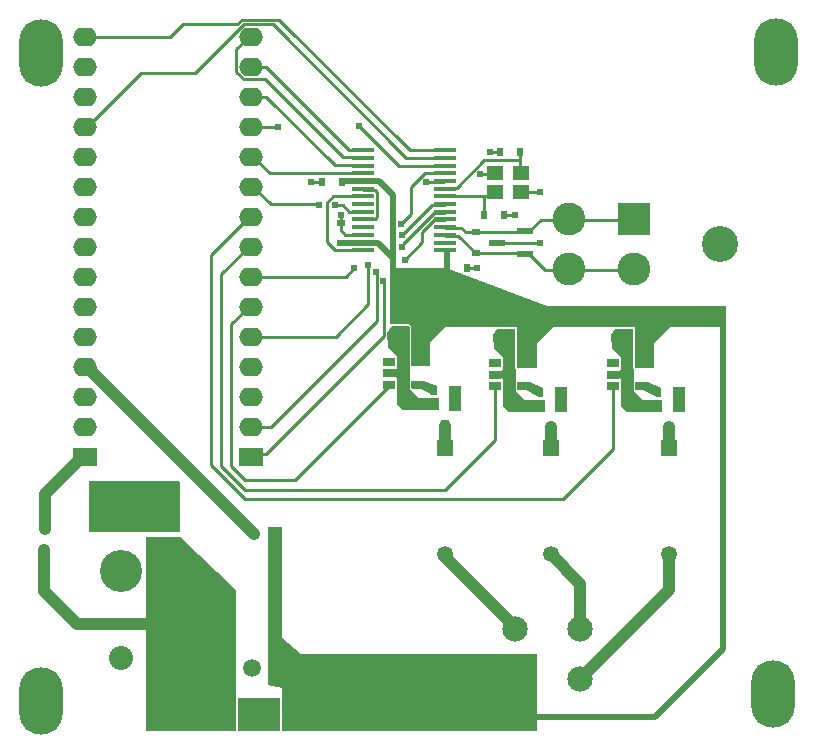
<source format=gtl>
G04*
G04 #@! TF.GenerationSoftware,Altium Limited,Altium Designer,24.0.1 (36)*
G04*
G04 Layer_Physical_Order=1*
G04 Layer_Color=255*
%FSLAX44Y44*%
%MOMM*%
G71*
G04*
G04 #@! TF.SameCoordinates,B8DB1BF3-7387-46EC-A14D-9CE900C50DFE*
G04*
G04*
G04 #@! TF.FilePolarity,Positive*
G04*
G01*
G75*
%ADD13C,0.2540*%
%ADD18R,0.9800X0.8700*%
%ADD19R,0.6096X0.7874*%
%ADD20R,0.7874X0.6096*%
G04:AMPARAMS|DCode=21|XSize=1.9mm|YSize=0.4mm|CornerRadius=0.024mm|HoleSize=0mm|Usage=FLASHONLY|Rotation=180.000|XOffset=0mm|YOffset=0mm|HoleType=Round|Shape=RoundedRectangle|*
%AMROUNDEDRECTD21*
21,1,1.9000,0.3520,0,0,180.0*
21,1,1.8520,0.4000,0,0,180.0*
1,1,0.0480,-0.9260,0.1760*
1,1,0.0480,0.9260,0.1760*
1,1,0.0480,0.9260,-0.1760*
1,1,0.0480,-0.9260,-0.1760*
%
%ADD21ROUNDEDRECTD21*%
%ADD22R,1.4000X1.1500*%
%ADD23R,1.3208X0.5588*%
%ADD24R,0.8020X0.9720*%
%ADD26R,1.1051X1.0062*%
%ADD44C,2.1500*%
%ADD45R,2.1500X2.1500*%
%ADD47R,1.1000X0.6500*%
%ADD48C,0.5080*%
%ADD49C,1.0000*%
%ADD50R,2.0000X1.6000*%
%ADD51O,2.0000X1.6000*%
%ADD52C,3.5560*%
%ADD53C,2.0320*%
%ADD54O,3.7000X5.7000*%
%ADD55C,1.5080*%
%ADD56R,1.5080X1.5080*%
%ADD57C,3.0500*%
%ADD58C,2.7750*%
%ADD59R,2.7750X2.7750*%
%ADD60C,1.3500*%
%ADD61R,1.3500X1.3500*%
%ADD62C,0.6096*%
G36*
X365437Y399000D02*
X378691Y394062D01*
Y393793D01*
X379414D01*
X450796Y367200D01*
X602700D01*
Y349400D01*
X555898D01*
X541959Y335527D01*
Y314870D01*
X525472D01*
Y349400D01*
X456098D01*
X442159Y335527D01*
Y314870D01*
X425672D01*
Y349400D01*
X365108D01*
X365118Y349376D01*
X352359Y336677D01*
Y316020D01*
X336204D01*
Y323951D01*
X336274Y324120D01*
Y349376D01*
X336292Y349400D01*
X336265D01*
X335872Y350349D01*
X334974Y351247D01*
X334002Y351649D01*
X334002Y351649D01*
X319665Y351649D01*
X319498Y351580D01*
X319320Y351605D01*
X319070Y351417D01*
X318925Y351439D01*
X317854Y351986D01*
X317800Y352049D01*
Y362925D01*
Y399000D01*
X365437Y399000D01*
D02*
G37*
G36*
X357670Y299110D02*
Y291494D01*
X354365D01*
X343048Y297349D01*
X336204D01*
Y303915D01*
X347048D01*
X357670Y299110D01*
D02*
G37*
G36*
X547270Y297960D02*
Y290345D01*
X543965D01*
X532648Y296200D01*
X525732D01*
Y302765D01*
X536648D01*
X547270Y297960D01*
D02*
G37*
G36*
X447470Y297960D02*
Y290345D01*
X444165D01*
X432848Y296200D01*
X425932D01*
Y302765D01*
X436848D01*
X447470Y297960D01*
D02*
G37*
G36*
X334900Y349377D02*
Y324120D01*
X334830D01*
Y315080D01*
X334900D01*
Y305120D01*
X334830D01*
Y296080D01*
X334900D01*
Y296000D01*
X342457Y288809D01*
X359200D01*
Y278700D01*
X328859D01*
X324379Y282952D01*
Y305500D01*
X323200Y306849D01*
X317677D01*
Y313352D01*
X323200D01*
X324379Y314700D01*
Y324500D01*
X316182Y332697D01*
X315935Y343933D01*
X319665Y350275D01*
X334002Y350275D01*
X334900Y349377D01*
D02*
G37*
G36*
X378400Y278200D02*
X367900D01*
Y299759D01*
X378400D01*
Y278200D01*
D02*
G37*
G36*
X524097Y314870D02*
X524430Y314068D01*
Y313930D01*
X524487D01*
X524500Y313898D01*
Y303970D01*
X524430D01*
Y302941D01*
X524357Y302765D01*
Y296200D01*
X524430Y296024D01*
Y294930D01*
X524500D01*
Y294850D01*
X532057Y287659D01*
X548800D01*
Y277550D01*
X518459D01*
X513979Y281802D01*
Y304350D01*
X512800Y305699D01*
X507277D01*
Y312202D01*
X512800D01*
X513979Y313550D01*
Y323350D01*
X505782Y331547D01*
X505535Y342783D01*
X508618Y348025D01*
X524097D01*
Y314870D01*
D02*
G37*
G36*
X424297Y314870D02*
X424630Y314067D01*
Y313930D01*
X424687D01*
X424700Y313898D01*
Y303970D01*
X424630D01*
Y302941D01*
X424557Y302765D01*
Y296200D01*
X424630Y296024D01*
Y294930D01*
X424700D01*
Y294850D01*
X432257Y287659D01*
X449000D01*
Y277550D01*
X418659D01*
X414179Y281802D01*
Y304350D01*
X413000Y305699D01*
X407478D01*
Y312202D01*
X413000D01*
X414179Y313550D01*
Y323350D01*
X405982Y331547D01*
X405735Y342783D01*
X408818Y348025D01*
X424297D01*
Y314870D01*
D02*
G37*
G36*
X568000Y277050D02*
X557500D01*
Y298609D01*
X568000D01*
Y277050D01*
D02*
G37*
G36*
X468200Y277050D02*
X457700D01*
Y298609D01*
X468200D01*
Y277050D01*
D02*
G37*
G36*
X140463Y217897D02*
X139994Y175600D01*
X63400D01*
Y218800D01*
X139570D01*
X140463Y217897D01*
D02*
G37*
G36*
X226912Y86404D02*
X243095Y72300D01*
X442700D01*
Y7000D01*
X227000D01*
X226891Y43293D01*
X215232Y46000D01*
Y68200D01*
Y179700D01*
X226749D01*
X226912Y86404D01*
D02*
G37*
G36*
X224996Y7000D02*
X189601D01*
Y35200D01*
X224996D01*
Y7000D01*
D02*
G37*
G36*
X187708Y126737D02*
Y7000D01*
X111618D01*
Y171900D01*
X139900D01*
X187708Y126737D01*
D02*
G37*
D13*
X507200Y245700D02*
Y299450D01*
X195200Y203500D02*
X465000D01*
X507200Y245700D01*
X183800Y231276D02*
X195566Y219510D01*
X315051Y300206D02*
X317994D01*
X313465Y298620D02*
X315051Y300206D01*
X195566Y219510D02*
X237298D01*
X183800Y231276D02*
Y351900D01*
X198500Y366600D01*
X237298Y219510D02*
X317994Y300206D01*
X317600Y310100D02*
X317639Y310139D01*
X175400Y231400D02*
X195500Y211300D01*
X166300Y232400D02*
X195200Y203500D01*
X364800Y211300D02*
X407400Y253900D01*
X195500Y211300D02*
X364800D01*
X200500Y341200D02*
X272100D01*
X299700Y368800D02*
Y401600D01*
X272100Y341200D02*
X299700Y368800D01*
X200500Y239600D02*
X202621Y241721D01*
X212822D02*
X313100Y341998D01*
Y387800D01*
X202621Y241721D02*
X212822D01*
X278153Y493047D02*
X294107D01*
X194134Y559260D02*
X211940D01*
X278153Y493047D01*
X200500Y569800D02*
X213200D01*
X283676Y499324D02*
X294331D01*
X213200Y569800D02*
X283676Y499324D01*
X294331D02*
X294837Y498817D01*
X200500Y544400D02*
X213293D01*
X271146Y486547D02*
X294107D01*
X213293Y544400D02*
X271146Y486547D01*
X292100Y519400D02*
X325683Y485817D01*
X364937D01*
X200500Y519000D02*
X200550Y518950D01*
X222950D02*
X223000Y518900D01*
X200550Y518950D02*
X222950D01*
X194134Y605740D02*
X218660D01*
X332083Y492317D02*
X364937D01*
X218660Y605740D02*
X332083Y492317D01*
X175400Y231400D02*
Y394300D01*
X198500Y417400D01*
X407400Y253900D02*
Y299450D01*
X166300Y232400D02*
Y410600D01*
X198500Y442800D01*
X280383Y427317D02*
X294837D01*
X276416Y431284D02*
X280383Y427317D01*
X276416Y431284D02*
Y437633D01*
X414861Y444000D02*
X423800D01*
X397843Y459817D02*
X403000D01*
X364937D02*
X397843D01*
Y444000D02*
Y459817D01*
X403000D02*
X406991Y463809D01*
X407100Y463917D01*
X406991Y461191D02*
Y463809D01*
X251486Y472168D02*
X260558D01*
X260691Y472300D01*
X331000Y406400D02*
X345500Y420900D01*
Y429900D02*
X355187Y439587D01*
X345500Y420900D02*
Y429900D01*
X328200Y417200D02*
X328880Y417880D01*
Y419584D01*
X355384Y446087D01*
X312500Y388400D02*
X313100Y387800D01*
X383023Y399014D02*
X391985D01*
X383009Y399000D02*
X383023Y399014D01*
X294107Y486547D02*
X294837Y485817D01*
X294107Y493047D02*
X294837Y492317D01*
X364462Y452842D02*
X364937Y453317D01*
X353745Y452842D02*
X364462D01*
X328210Y427307D02*
X353745Y452842D01*
X355384Y446087D02*
X364207D01*
X364937Y446817D01*
X355187Y439587D02*
X364207D01*
X364937Y440317D01*
X390594Y411813D02*
X431731D01*
X375820Y426587D02*
X390594Y411813D01*
X365667Y426587D02*
X375820D01*
X364937Y427317D02*
X365667Y426587D01*
X378247Y433504D02*
X382425Y429326D01*
X390988D01*
X305389Y441047D02*
X306877Y442535D01*
X294837Y440317D02*
X295567Y441047D01*
X306877Y442535D02*
Y463699D01*
X295567Y441047D02*
X305389D01*
X278219Y452220D02*
X283396Y447043D01*
X294611D01*
X294837Y446817D01*
X264400Y454400D02*
X269817Y459817D01*
X294837D01*
X364937Y466317D02*
X365667Y467047D01*
X374490D01*
X397843Y490400D01*
X469523Y397827D02*
X524523D01*
X469523Y439827D02*
X524523D01*
X365251Y433504D02*
X378247D01*
X364937Y433817D02*
X365251Y433504D01*
X431731Y411813D02*
X432226Y411317D01*
X390988Y429326D02*
X391483Y429821D01*
X431731D01*
X432226Y430317D01*
X436036Y411317D02*
X449526Y397827D01*
X469523D01*
X432226Y411317D02*
X436036D01*
Y430317D02*
X445547Y439827D01*
X432226Y430317D02*
X436036D01*
X445547Y439827D02*
X469523D01*
X408350Y420817D02*
X445400D01*
X217200Y265000D02*
X306712Y354512D01*
X306192Y395746D02*
X306712Y395225D01*
Y354512D02*
Y395225D01*
X280703Y391950D02*
X287764Y399011D01*
X200550Y391950D02*
X280703D01*
X200500Y392000D02*
X200550Y391950D01*
X407100Y463917D02*
X408350D01*
X429100D02*
X429417Y463600D01*
X445400D01*
X402600Y497100D02*
X411391D01*
X428409Y490400D02*
Y497100D01*
Y479491D02*
Y490400D01*
Y479491D02*
X429100Y478800D01*
X426712Y497503D02*
X426809Y497600D01*
X397843Y490400D02*
X428409D01*
X401617Y478717D02*
X402600Y479700D01*
X394063Y478717D02*
X401617D01*
X336029Y444829D02*
Y467532D01*
X347815Y479317D01*
X327400Y436200D02*
X336029Y444829D01*
X200500Y265000D02*
X217200D01*
X364300Y154950D02*
Y156800D01*
X424100Y93300D02*
Y95150D01*
X364300Y265650D02*
X364600Y265950D01*
X257300Y453300D02*
X257700Y452900D01*
X264400Y421414D02*
X271497Y414317D01*
X294837D01*
X264400Y421414D02*
Y454400D01*
X217400Y453300D02*
X257300D01*
X276229Y437820D02*
X276416Y437633D01*
X276229Y437820D02*
Y444391D01*
X187960Y584660D02*
X198500Y595200D01*
X187960Y565434D02*
Y584660D01*
Y565434D02*
X194134Y559260D01*
X198500Y595200D02*
X200500D01*
X223944Y609550D02*
X334677Y498817D01*
X192556Y609550D02*
X223944D01*
X216783Y479317D02*
X294837D01*
X202500Y493600D02*
X216783Y479317D01*
X271497Y452900D02*
X272177Y452220D01*
X278219D01*
X305389Y465187D02*
X306877Y463699D01*
X295967Y465187D02*
X305389D01*
X294837Y466317D02*
X295967Y465187D01*
X363491Y472409D02*
X363900Y472000D01*
X334677Y498817D02*
X364937D01*
X347815Y479317D02*
X364937D01*
X348400Y472000D02*
X348809Y472409D01*
X363491D01*
X107057Y564582D02*
X152976D01*
X188746Y605740D02*
X192556Y609550D01*
X152976Y564582D02*
X194134Y605740D01*
X59530Y519000D02*
X61475D01*
X142827Y605740D02*
X188746D01*
X61475Y519000D02*
X107057Y564582D01*
X60030Y594700D02*
X131787D01*
X142827Y605740D01*
X202500Y468200D02*
X217400Y453300D01*
X200500Y468200D02*
X202500D01*
X200500Y493600D02*
X202500D01*
X198500Y442800D02*
X200500D01*
X198500Y417400D02*
X200500D01*
X198500Y366600D02*
X200500D01*
X59530Y595200D02*
X60030Y594700D01*
X57530Y239600D02*
X59530D01*
X25500Y160691D02*
X26100Y161291D01*
X454400Y264800D02*
X454400Y264800D01*
D18*
X130763Y181700D02*
D03*
Y165700D02*
D03*
D19*
X220309Y173700D02*
D03*
X203291D02*
D03*
X414861Y444000D02*
D03*
X397843D02*
D03*
X536609Y343521D02*
D03*
X519591D02*
D03*
X536609Y333050D02*
D03*
X519591D02*
D03*
X419791Y333050D02*
D03*
X419791Y343521D02*
D03*
X436809Y333050D02*
D03*
X436809Y343521D02*
D03*
X347009Y344671D02*
D03*
X329991D02*
D03*
X329991Y334200D02*
D03*
X347009D02*
D03*
X428409Y497100D02*
D03*
X411391D02*
D03*
X354691Y295300D02*
D03*
X371709D02*
D03*
X383009Y399000D02*
D03*
X365991D02*
D03*
X260691Y472300D02*
D03*
X277709D02*
D03*
X461509Y294150D02*
D03*
X444491D02*
D03*
X561309Y294150D02*
D03*
X544291D02*
D03*
D20*
X26100Y178309D02*
D03*
Y161291D02*
D03*
X390988Y412308D02*
D03*
Y429326D02*
D03*
X276416Y420615D02*
D03*
Y437633D02*
D03*
D21*
X294837Y414317D02*
D03*
Y420817D02*
D03*
Y427317D02*
D03*
Y433817D02*
D03*
Y440317D02*
D03*
Y446817D02*
D03*
Y453317D02*
D03*
Y459817D02*
D03*
Y466317D02*
D03*
Y472817D02*
D03*
Y479317D02*
D03*
Y485817D02*
D03*
Y492317D02*
D03*
Y498817D02*
D03*
X364937D02*
D03*
Y492317D02*
D03*
Y485817D02*
D03*
Y479317D02*
D03*
Y472817D02*
D03*
Y466317D02*
D03*
Y459817D02*
D03*
Y453317D02*
D03*
Y446817D02*
D03*
Y440317D02*
D03*
Y433817D02*
D03*
Y427317D02*
D03*
Y420817D02*
D03*
Y414317D02*
D03*
D22*
X407100Y479917D02*
D03*
X429100D02*
D03*
Y463917D02*
D03*
X407100D02*
D03*
D23*
X432226Y411317D02*
D03*
Y430317D02*
D03*
X408350Y420817D02*
D03*
D24*
X364600Y265950D02*
D03*
X374100Y283650D02*
D03*
X355100D02*
D03*
X444900Y282500D02*
D03*
X463900D02*
D03*
X454400Y264800D02*
D03*
X544700Y282500D02*
D03*
X563700D02*
D03*
X554200Y264800D02*
D03*
D26*
X181654Y22600D02*
D03*
X195665D02*
D03*
X218989D02*
D03*
X233000D02*
D03*
D44*
X479100Y93300D02*
D03*
Y51300D02*
D03*
X424100Y93300D02*
D03*
D45*
Y51300D02*
D03*
D47*
X317600Y319600D02*
D03*
Y310100D02*
D03*
Y300600D02*
D03*
X341600D02*
D03*
Y319600D02*
D03*
X431400Y318450D02*
D03*
Y299450D02*
D03*
X407400D02*
D03*
Y308950D02*
D03*
Y318450D02*
D03*
X531200Y318450D02*
D03*
Y299450D02*
D03*
X507200D02*
D03*
Y308950D02*
D03*
Y318450D02*
D03*
D48*
X600200Y77000D02*
Y353037D01*
X542600Y19400D02*
X600200Y77000D01*
X294977Y420677D02*
X307661D01*
X320400Y407938D01*
Y359887D02*
Y407938D01*
X294837Y420817D02*
X294977Y420677D01*
X320400Y407938D02*
Y460800D01*
X308523Y472677D02*
X320400Y460800D01*
X432200Y19400D02*
X542600D01*
X365991Y399000D02*
Y413264D01*
X276618Y420817D02*
X294837D01*
X277709Y472300D02*
X278086Y472677D01*
X294697D01*
X294977D02*
X308523D01*
D49*
X364300Y154950D02*
X424100Y95150D01*
X364300Y246800D02*
Y265650D01*
X53200Y98100D02*
X122100D01*
X123200Y99200D02*
X125500D01*
X122100Y98100D02*
X123200Y99200D01*
X61191Y315800D02*
X203291Y173700D01*
X59530Y315800D02*
X61191D01*
X475504Y47705D02*
X554199Y126400D01*
Y156800D01*
X26100Y208170D02*
X57530Y239600D01*
X26100Y178309D02*
Y208170D01*
X25500Y125800D02*
X53200Y98100D01*
X25500Y125800D02*
Y160691D01*
X554199Y246800D02*
Y264800D01*
X554200Y264800D01*
X454400Y156800D02*
X479100Y132100D01*
X454400Y246800D02*
Y264800D01*
X479100Y93300D02*
Y132100D01*
D50*
X200500Y239600D02*
D03*
X59530D02*
D03*
D51*
X200500Y265000D02*
D03*
Y290400D02*
D03*
Y468200D02*
D03*
Y493600D02*
D03*
X59530Y519000D02*
D03*
X200500Y341200D02*
D03*
X59530Y595200D02*
D03*
Y569800D02*
D03*
Y544400D02*
D03*
Y493600D02*
D03*
Y468200D02*
D03*
Y442800D02*
D03*
Y417400D02*
D03*
Y392000D02*
D03*
Y366600D02*
D03*
Y341200D02*
D03*
Y315800D02*
D03*
Y290400D02*
D03*
Y265000D02*
D03*
X200500Y595200D02*
D03*
Y569800D02*
D03*
Y544400D02*
D03*
Y519000D02*
D03*
Y442800D02*
D03*
Y417400D02*
D03*
Y392000D02*
D03*
Y366600D02*
D03*
Y315800D02*
D03*
D52*
X90345Y197400D02*
D03*
Y142400D02*
D03*
D53*
Y69400D02*
D03*
D54*
X22900Y581700D02*
D03*
X642800Y38400D02*
D03*
X645100Y582000D02*
D03*
X23000Y32300D02*
D03*
D55*
X227000Y60700D02*
D03*
X201600D02*
D03*
D56*
X176200D02*
D03*
D57*
X597300Y419500D02*
D03*
D58*
X469300Y398500D02*
D03*
Y440500D02*
D03*
X524300Y398500D02*
D03*
D59*
Y440500D02*
D03*
D60*
X364300Y156800D02*
D03*
X454400Y156800D02*
D03*
X554199Y156800D02*
D03*
D61*
X364300Y246800D02*
D03*
X454400Y246800D02*
D03*
X554199Y246800D02*
D03*
D62*
X292100Y519400D02*
D03*
X223000Y518900D02*
D03*
X423800Y444000D02*
D03*
X509700Y338315D02*
D03*
X409900D02*
D03*
X251486Y472168D02*
D03*
X328200Y417200D02*
D03*
X331000Y406400D02*
D03*
X312500Y388400D02*
D03*
X299700Y401600D02*
D03*
X391985Y399014D02*
D03*
X319665Y338315D02*
D03*
X287764Y399011D02*
D03*
X306192Y395746D02*
D03*
X445400Y463600D02*
D03*
X402600Y497100D02*
D03*
X394063Y478717D02*
D03*
X445400Y420817D02*
D03*
X328210Y427307D02*
D03*
X327400Y436200D02*
D03*
X257700Y452900D02*
D03*
X276229Y444391D02*
D03*
X271497Y452900D02*
D03*
X348400Y472000D02*
D03*
X207300Y12300D02*
D03*
Y21100D02*
D03*
Y30600D02*
D03*
M02*

</source>
